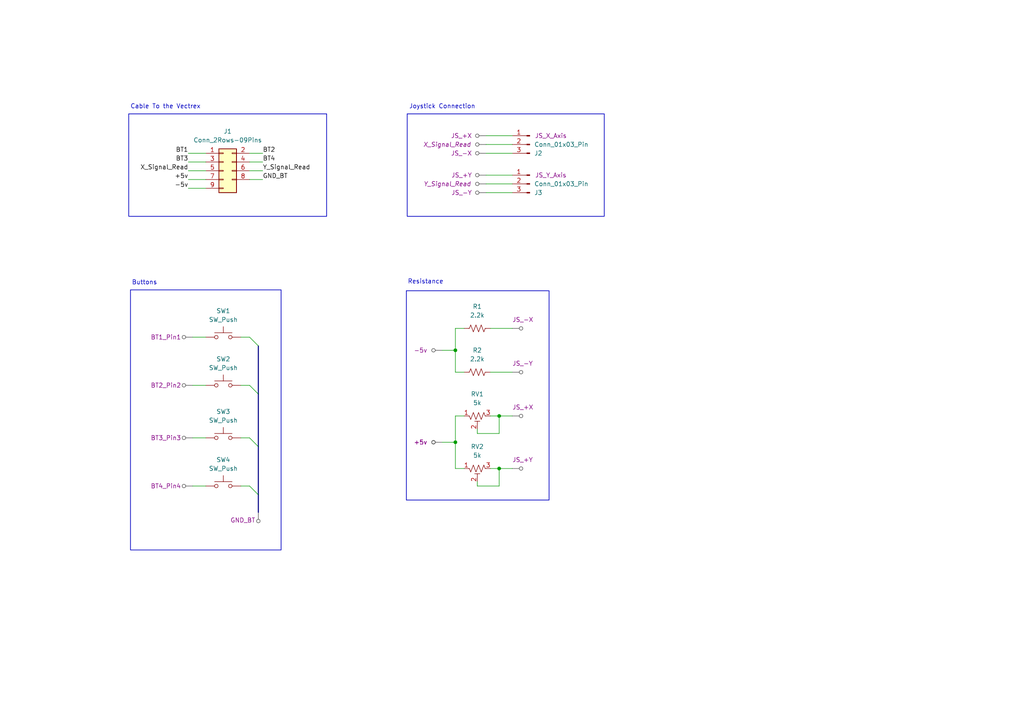
<source format=kicad_sch>
(kicad_sch (version 20231120) (generator "eeschema") (generator_version "8.0")
  (paper "A4")
  (title_block (title "PCB_VectrexController_Remix_3.3V") (date "2024-08-22") (rev "v1.02") (comment 1 "Author : Francis O. Houle"))
  (lib_symbols
    (symbol "Connector:Conn_01x03_Pin" (pin_names (offset 1.016) hide)
      (property "Reference" "J" (at 0 5.08 0))
      (property "Value" "Conn_01x03_Pin" (at 0 -5.08 0))
      (symbol "Conn_01x03_Pin_1_1"
        (polyline (pts (xy 1.27 -2.54) (xy 0.8636 -2.54)) (stroke (width 0.1524)))
        (polyline (pts (xy 1.27 0) (xy 0.8636 0)) (stroke (width 0.1524)))
        (polyline (pts (xy 1.27 2.54) (xy 0.8636 2.54)) (stroke (width 0.1524)))
        (rectangle (start 0.8636 -2.413) (end 0 -2.667) (stroke (width 0.1524)) (fill (type outline)))
        (rectangle (start 0.8636 0.127) (end 0 -0.127) (stroke (width 0.1524)) (fill (type outline)))
        (rectangle (start 0.8636 2.667) (end 0 2.413) (stroke (width 0.1524)) (fill (type outline)))
        (pin passive line (at 5.08 2.54 180) (length 3.81) (name "Pin_1") (number "1"))
        (pin passive line (at 5.08 0 180) (length 3.81) (name "Pin_2") (number "2"))
        (pin passive line (at 5.08 -2.54 180) (length 3.81) (name "Pin_3") (number "3"))
      )
    )
    (symbol "Connector_Generic:Conn_2Rows-09Pins" (pin_names (offset 1.016) hide)
      (property "Reference" "J" (at 1.27 7.62 0))
      (property "Value" "Conn_2Rows-09Pins" (at 1.27 -7.62 0))
      (symbol "Conn_2Rows-09Pins_1_1"
        (rectangle (start -1.27 -4.953) (end 0 -5.207) (stroke (width 0.1524)))
        (rectangle (start -1.27 -2.413) (end 0 -2.667) (stroke (width 0.1524)))
        (rectangle (start -1.27 0.127) (end 0 -0.127) (stroke (width 0.1524)))
        (rectangle (start -1.27 2.667) (end 0 2.413) (stroke (width 0.1524)))
        (rectangle (start -1.27 5.207) (end 0 4.953) (stroke (width 0.1524)))
        (rectangle (start -1.27 6.35) (end 3.81 -6.35) (stroke (width 0.254)) (fill (type background)))
        (rectangle (start 3.81 -2.413) (end 2.54 -2.667) (stroke (width 0.1524)))
        (rectangle (start 3.81 0.127) (end 2.54 -0.127) (stroke (width 0.1524)))
        (rectangle (start 3.81 2.667) (end 2.54 2.413) (stroke (width 0.1524)))
        (rectangle (start 3.81 5.207) (end 2.54 4.953) (stroke (width 0.1524)))
        (pin passive line (at -5.08 5.08 0) (length 3.81) (name "Pin_1") (number "1"))
        (pin passive line (at 7.62 5.08 180) (length 3.81) (name "Pin_2") (number "2"))
        (pin passive line (at -5.08 2.54 0) (length 3.81) (name "Pin_3") (number "3"))
        (pin passive line (at 7.62 2.54 180) (length 3.81) (name "Pin_4") (number "4"))
        (pin passive line (at -5.08 0 0) (length 3.81) (name "Pin_5") (number "5"))
        (pin passive line (at 7.62 0 180) (length 3.81) (name "Pin_6") (number "6"))
        (pin passive line (at -5.08 -2.54 0) (length 3.81) (name "Pin_7") (number "7"))
        (pin passive line (at 7.62 -2.54 180) (length 3.81) (name "Pin_8") (number "8"))
        (pin passive line (at -5.08 -5.08 0) (length 3.81) (name "Pin_9") (number "9"))
      )
    )
    (symbol "Device:R_Potentiometer_Trim_US" (pin_names (offset 1.016) hide)
      (property "Reference" "RV" (at -4.445 0 90))
      (property "Value" "R_Potentiometer_Trim_US" (at -2.54 0 90))
      (symbol "R_Potentiometer_Trim_US_0_1"
        (polyline (pts (xy 0 -2.286) (xy 0 -2.54)))
        (polyline (pts (xy 0 2.286) (xy 0 2.54)))
        (polyline (pts (xy 1.524 0.762) (xy 1.524 -0.762)))
        (polyline (pts (xy 2.54 0) (xy 1.524 0)))
        (polyline (pts (xy 0 -0.762) (xy 1.016 -1.143) (xy 0 -1.524) (xy -1.016 -1.905) (xy 0 -2.286)))
        (polyline (pts (xy 0 0.762) (xy 1.016 0.381) (xy 0 0) (xy -1.016 -0.381) (xy 0 -0.762)))
        (polyline (pts (xy 0 2.286) (xy 1.016 1.905) (xy 0 1.524) (xy -1.016 1.143) (xy 0 0.762)))
      )
      (symbol "R_Potentiometer_Trim_US_1_1"
        (pin passive line (at 0 3.81 270) (length 1.27) (name "1") (number "1"))
        (pin passive line (at 3.81 0 180) (length 1.27) (name "2") (number "2"))
        (pin passive line (at 0 -3.81 90) (length 1.27) (name "3") (number "3"))
      )
    )
    (symbol "Device:R_US" (pin_numbers hide) (pin_names (offset 0))
      (property "Reference" "R" (at 2.54 0 90))
      (property "Value" "R_US" (at -2.54 0 90))
      (symbol "R_US_0_1"
        (polyline (pts (xy 0 -2.286) (xy 0 -2.54)))
        (polyline (pts (xy 0 2.286) (xy 0 2.54)))
        (polyline (pts (xy 0 -0.762) (xy 1.016 -1.143) (xy 0 -1.524) (xy -1.016 -1.905) (xy 0 -2.286)))
        (polyline (pts (xy 0 0.762) (xy 1.016 0.381) (xy 0 0) (xy -1.016 -0.381) (xy 0 -0.762)))
        (polyline (pts (xy 0 2.286) (xy 1.016 1.905) (xy 0 1.524) (xy -1.016 1.143) (xy 0 0.762)))
      )
      (symbol "R_US_1_1"
        (pin passive line (at 0 3.81 270) (length 1.27) (name "~") (number "1"))
        (pin passive line (at 0 -3.81 90) (length 1.27) (name "~") (number "2"))
      )
    )
    (symbol "Switch:SW_Push" (pin_numbers hide) (pin_names (offset 1.016) hide)
      (property "Reference" "SW" (at 1.27 2.54 0))
      (property "Value" "SW_Push" (at 0 -1.524 0))
      (symbol "SW_Push_0_1"
        (circle (center -2.032 0) (radius 0.508))
        (polyline (pts (xy 0 1.27) (xy 0 3.048)))
        (polyline (pts (xy 2.54 1.27) (xy -2.54 1.27)))
        (circle (center 2.032 0) (radius 0.508))
        (pin passive line (at -5.08 0 0) (length 2.54) (name "1") (number "1"))
        (pin passive line (at 5.08 0 180) (length 2.54) (name "2") (number "2"))
      )
    )
  )
  (junction (at 132.08 101.6))
  (junction (at 132.08 128.27))
  (junction (at 144.78 135.89))
  (junction (at 144.78 120.65))
  (bus_entry (at 72.39 97.79) (size 2.54 2.54))
  (bus_entry (at 72.39 140.97) (size 2.54 2.54))
  (bus_entry (at 72.39 111.76) (size 2.54 2.54))
  (bus_entry (at 72.39 127) (size 2.54 2.54))
  (wire (pts (xy 144.78 140.97) (xy 144.78 135.89)))
  (wire (pts (xy 142.24 135.89) (xy 144.78 135.89)))
  (wire (pts (xy 132.08 135.89) (xy 134.62 135.89)))
  (wire (pts (xy 142.24 107.95) (xy 148.59 107.95)))
  (wire (pts (xy 140.97 41.91) (xy 148.59 41.91)))
  (wire (pts (xy 144.78 120.65) (xy 148.59 120.65)))
  (wire (pts (xy 69.85 97.79) (xy 72.39 97.79)))
  (wire (pts (xy 138.43 140.97) (xy 138.43 139.7)))
  (wire (pts (xy 128.27 128.27) (xy 132.08 128.27)))
  (wire (pts (xy 132.08 128.27) (xy 132.08 135.89)))
  (wire (pts (xy 76.2 44.45) (xy 72.39 44.45)))
  (wire (pts (xy 54.61 52.07) (xy 59.69 52.07)))
  (bus (pts (xy 74.93 114.3) (xy 74.93 129.54)))
  (wire (pts (xy 55.88 97.79) (xy 59.69 97.79)))
  (wire (pts (xy 54.61 44.45) (xy 59.69 44.45)))
  (bus (pts (xy 74.93 143.51) (xy 74.93 148.59)))
  (wire (pts (xy 138.43 125.73) (xy 138.43 124.46)))
  (wire (pts (xy 140.97 39.37) (xy 148.59 39.37)))
  (wire (pts (xy 140.97 44.45) (xy 148.59 44.45)))
  (wire (pts (xy 142.24 120.65) (xy 144.78 120.65)))
  (wire (pts (xy 76.2 46.99) (xy 72.39 46.99)))
  (wire (pts (xy 138.43 140.97) (xy 144.78 140.97)))
  (wire (pts (xy 76.2 49.53) (xy 72.39 49.53)))
  (wire (pts (xy 140.97 55.88) (xy 148.59 55.88)))
  (bus (pts (xy 74.93 100.33) (xy 74.93 114.3)))
  (wire (pts (xy 55.88 111.76) (xy 59.69 111.76)))
  (wire (pts (xy 138.43 125.73) (xy 144.78 125.73)))
  (wire (pts (xy 128.27 101.6) (xy 132.08 101.6)))
  (wire (pts (xy 144.78 135.89) (xy 148.59 135.89)))
  (wire (pts (xy 55.88 127) (xy 59.69 127)))
  (wire (pts (xy 144.78 125.73) (xy 144.78 120.65)))
  (wire (pts (xy 132.08 120.65) (xy 134.62 120.65)))
  (wire (pts (xy 54.61 46.99) (xy 59.69 46.99)))
  (wire (pts (xy 132.08 101.6) (xy 132.08 107.95)))
  (wire (pts (xy 142.24 95.25) (xy 148.59 95.25)))
  (wire (pts (xy 134.62 107.95) (xy 132.08 107.95)))
  (wire (pts (xy 72.39 127) (xy 69.85 127)))
  (wire (pts (xy 132.08 128.27) (xy 132.08 120.65)))
  (wire (pts (xy 140.97 50.8) (xy 148.59 50.8)))
  (wire (pts (xy 54.61 49.53) (xy 59.69 49.53)))
  (wire (pts (xy 132.08 95.25) (xy 134.62 95.25)))
  (wire (pts (xy 55.88 140.97) (xy 59.69 140.97)))
  (bus (pts (xy 74.93 129.54) (xy 74.93 143.51)))
  (wire (pts (xy 76.2 52.07) (xy 72.39 52.07)))
  (wire (pts (xy 72.39 140.97) (xy 69.85 140.97)))
  (wire (pts (xy 132.08 101.6) (xy 132.08 95.25)))
  (wire (pts (xy 54.61 54.61) (xy 59.69 54.61)))
  (wire (pts (xy 140.97 53.34) (xy 148.59 53.34)))
  (wire (pts (xy 72.39 111.76) (xy 69.85 111.76)))
  (rectangle (start 37.846 84.074) (end 81.534 159.512) (stroke (width 0.2)))
  (rectangle (start 117.856 84.328) (end 159.258 145.034) (stroke (width 0.2)))
  (rectangle (start 37.338 33.02) (end 94.742 62.738) (stroke (width 0.2)))
  (rectangle (start 118.11 33.02) (end 175.26 62.738) (stroke (width 0.2)))
  (text "Cable To the Vectrex" (at 48.006 30.988 0) (effects (font (size 1.27 1.27))))
  (text "Joystick Connection" (at 128.27 30.988 0) (effects (font (size 1.27 1.27))))
  (text "Buttons" (at 41.91 82.042 0) (effects (font (size 1.27 1.27))))
  (text "Resistance" (at 123.444 81.788 0) (effects (font (size 1.27 1.27))))
  (label "-5v" (at 54.61 54.61 180))
  (label "X_Signal_Read" (at 54.61 49.53 180) (property "Netclass" "Xread_Pin5" (effects (hide yes))))
  (label "GND_BT" (at 76.2 52.07 0))
  (label "+5v" (at 54.61 52.07 180))
  (label "BT1" (at 54.61 44.45 180))
  (label "BT4" (at 76.2 46.99 0))
  (label "BT3" (at 54.61 46.99 180))
  (label "Y_Signal_Read" (at 76.2 49.53 0))
  (label "BT2" (at 76.2 44.45 0))
  (netclass_flag "" (length 2.54) (shape round) (at 148.59 107.95 270) (property "Label" "JS_-Y" (at 148.59 105.41 0) (effects (justify left))) (property "Netclass" "Yread_Pin6" (effects (hide yes))))
  (netclass_flag "" (length 2.54) (shape round) (at 74.93 148.59 180) (property "Label" "GND_BT" (at 66.802 150.876 0) (effects (justify left))) (property "Netclass" "GND_Pin8" (effects (hide yes))))
  (netclass_flag "" (length 2.54) (shape round) (at 140.97 55.88 90) (property "Label" "JS_-Y" (at 136.906 55.88 0) (effects (justify right))) (property "Netclass" "Yread_Pin6" (effects (hide yes))))
  (netclass_flag "" (length 2.54) (shape round) (at 140.97 44.45 90) (property "Label" "JS_-X" (at 136.906 44.45 0) (effects (justify right))) (property "Netclass" "Xread_Pin5" (effects (hide yes))))
  (netclass_flag "" (length 2.54) (shape round) (at 55.88 111.76 90) (property "Netclass" "BT2_Pin2" (at 43.688 111.76 0) (effects (justify left))))
  (netclass_flag "" (length 2.54) (shape round) (at 140.97 50.8 90) (property "Label" "JS_+Y" (at 136.906 50.8 0) (effects (justify right))) (property "Netclass" "Yread_Pin6" (effects (hide yes))))
  (netclass_flag "" (length 2.54) (shape round) (at 140.97 53.34 90) (property "Netclass" "Yread_Pin6" (effects (hide yes))) (property "Label" "Y_Signal_Read" (at 136.652 53.34 0) (effects (font (italic yes)) (justify right))))
  (netclass_flag "" (length 2.54) (shape round) (at 128.27 128.27 90) (property "Label" "+5v" (at 123.952 128.27 0) (effects (justify right))) (property "Netclass" "5v_Pin7" (effects (hide yes))))
  (netclass_flag "" (length 2.54) (shape round) (at 140.97 39.37 90) (property "Label" "JS_+X" (at 136.906 39.37 0) (effects (justify right))) (property "Netclass" "Xread_Pin5" (effects (hide yes))))
  (netclass_flag "" (length 2.54) (shape round) (at 148.59 95.25 270) (property "Label" "JS_-X" (at 148.59 92.71 0) (effects (justify left))) (property "Netclass" "Xread_Pin5" (effects (hide yes))))
  (netclass_flag "" (length 2.54) (shape round) (at 128.27 101.6 90) (property "Label" "-5v" (at 123.952 101.6 0) (effects (justify right))) (property "Netclass" "-5v_Pin9" (effects (hide yes))))
  (netclass_flag "" (length 2.54) (shape round) (at 128.27 128.27 90) (property "Label" "+5v" (at 123.952 128.27 0) (effects (justify right))) (property "Netclass" "5v_Pin7" (effects (hide yes))))
  (netclass_flag "" (length 2.54) (shape round) (at 55.88 127 90) (property "Netclass" "BT3_Pin3" (at 43.688 127 0) (effects (justify left))))
  (netclass_flag "" (length 2.54) (shape round) (at 148.59 135.89 270) (property "Label" "JS_+Y" (at 148.59 133.35 0) (effects (justify left))) (property "Netclass" "Yread_Pin6" (effects (hide yes))))
  (netclass_flag "" (length 2.54) (shape round) (at 140.97 41.91 90) (property "Netclass" "Xread_Pin5" (effects (hide yes))) (property "Label" "X_Signal_Read" (at 136.652 41.91 0) (effects (font (italic yes)) (justify right))))
  (netclass_flag "" (length 2.54) (shape round) (at 148.59 120.65 270) (property "Label" "JS_+X" (at 148.59 118.11 0) (effects (justify left))) (property "Netclass" "Xread_Pin5" (effects (hide yes))))
  (netclass_flag "" (length 2.54) (shape round) (at 55.88 140.97 90) (property "Netclass" "BT4_Pin4" (at 43.688 140.97 0) (effects (justify left))))
  (netclass_flag "" (length 2.54) (shape round) (at 55.88 97.79 90) (property "Netclass" "BT1_Pin1" (at 43.688 97.79 0) (effects (justify left))))
  (symbol (lib_id "Switch:SW_Push") (at 64.77 111.76 0) (unit 1)
    (property "Reference" "SW2" (at 64.77 104.14 0))
    (property "Value" "SW_Push" (at 64.77 106.68 0))
    (property "Description" "Push button switch, generic, two pins" (effects (hide yes)))
  )
  (symbol (lib_id "Switch:SW_Push") (at 64.77 127 0) (unit 1)
    (property "Reference" "SW3" (at 64.77 119.38 0))
    (property "Value" "SW_Push" (at 64.77 121.92 0))
    (property "Description" "Push button switch, generic, two pins" (effects (hide yes)))
  )
  (symbol (lib_id "Switch:SW_Push") (at 64.77 140.97 0) (unit 1)
    (property "Reference" "SW4" (at 64.77 133.35 0))
    (property "Value" "SW_Push" (at 64.77 135.89 0))
    (property "Description" "Push button switch, generic, two pins" (effects (hide yes)))
  )
  (symbol (lib_id "Device:R_US") (at 138.43 107.95 90) (unit 1)
    (property "Reference" "R2" (at 138.43 101.6 90))
    (property "Value" "2.2k" (at 138.43 104.14 90))
    (property "Description" "Resistor, US symbol" (effects (hide yes)))
  )
  (symbol (lib_id "Connector:Conn_01x03_Pin") (at 153.67 53.34 0) (mirror y) (unit 1)
    (property "Reference" "J3" (at 154.94 55.8801 0) (effects (justify right)))
    (property "Value" "Conn_01x03_Pin" (at 154.94 53.3401 0) (effects (justify right)))
    (property "Description" "Generic connector, single row, 01x03, script generated" (effects (hide yes)))
    (property "Label" "JS_Y_Axis" (at 159.766 50.8 0))
  )
  (symbol (lib_id "Connector_Generic:Conn_2Rows-09Pins") (at 64.77 49.53 0) (unit 1)
    (property "Reference" "J1" (at 66.04 38.1 0))
    (property "Value" "Conn_2Rows-09Pins" (at 66.04 40.64 0))
    (property "Description" "Generic connector, double row, 09 pins, odd/even pin numbering scheme (row 1 odd numbers, row 2 even numbers), script generated (kicad-library-utils/schlib/autogen/connector/)" (effects (hide yes)))
  )
  (symbol (lib_id "Device:R_Potentiometer_Trim_US") (at 138.43 135.89 90) (mirror x) (unit 1)
    (property "Reference" "RV2" (at 138.43 129.54 90))
    (property "Value" "5k" (at 138.43 132.08 90))
    (property "Description" "Trim-potentiometer, US symbol" (effects (hide yes)))
  )
  (symbol (lib_id "Connector:Conn_01x03_Pin") (at 153.67 41.91 0) (mirror y) (unit 1)
    (property "Reference" "J2" (at 154.94 44.4501 0) (effects (justify right)))
    (property "Value" "Conn_01x03_Pin" (at 154.94 41.9101 0) (effects (justify right)))
    (property "Description" "Generic connector, single row, 01x03, script generated" (effects (hide yes)))
    (property "Label" "JS_X_Axis" (at 159.766 39.37 0))
  )
  (symbol (lib_id "Device:R_US") (at 138.43 95.25 90) (unit 1)
    (property "Reference" "R1" (at 138.43 88.9 90))
    (property "Value" "2.2k" (at 138.43 91.44 90))
    (property "Description" "Resistor, US symbol" (effects (hide yes)))
  )
  (symbol (lib_id "Switch:SW_Push") (at 64.77 97.79 0) (unit 1)
    (property "Reference" "SW1" (at 64.77 90.17 0))
    (property "Value" "SW_Push" (at 64.77 92.71 0))
    (property "Description" "Push button switch, generic, two pins" (effects (hide yes)))
  )
  (symbol (lib_id "Device:R_Potentiometer_Trim_US") (at 138.43 120.65 90) (mirror x) (unit 1)
    (property "Reference" "RV1" (at 138.43 114.3 90))
    (property "Value" "5k" (at 138.43 116.84 90))
    (property "Description" "Trim-potentiometer, US symbol" (effects (hide yes)))
  )
)
</source>
